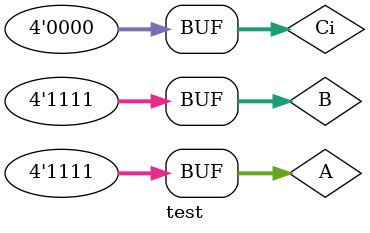
<source format=v>
module FullAdder(input A, B, Ci,output S, Co);
 assign S = Ci^(A^B);
 assign Co = (A&B) | Ci&(A^B);
endmodule
module FourBitAdder(input [3:0]A, B,
 input Ci,
 output [3:0]S,
 output Co);
 wire C1, C2,C3;
 FullAdder FA1(.A(A[0]),.B(B[0]),.Ci(Ci),.S(S[0]),.Co(C1));
 FullAdder FA2(.A(A[1]),.B(B[1]),.Ci(C1),.S(S[1]),.Co(c2));
 FullAdder FA3(.A(A[2]),.B(B[2]),.Ci(c2),.S(S[2]),.Co(c3));
 FullAdder FA4(.A(A[3]),.B(B[3]),.Ci(c3),.S(S[3]),.Co(Co));
endmodule
module test;
  reg [3:0]A;
  reg [3:0]B,Ci;
  wire [3:0]S;
  wire Co;
  FourBitAdder run (A, B, Ci, S, Co);
  
  initial
    begin
      A[3]=0;
      A[2]=0;
      A[1]=0;
      A[0]=0;
      B[3]=0;
      B[2]=0;
      B[1]=0;
      B[0]=0;
      Ci=1;
      #20
      A[3]=0;
      A[2]=1;
      A[1]=0;
      A[0]=1;
      B[3]=0;
      B[2]=0;
      B[1]=0;      
      B[0]=1;
      Ci=0;
      #20
      A[3]=0;
      A[2]=1;
      A[1]=0;
      A[0]=1;
      B[3]=0;
      B[2]=1;
      B[1]=1;
      B[0]=0;
      Ci=1;
      #20
      A[3]=1;
      A[2]=0;
      A[1]=0;
      A[0]=1;
      B[3]=1;
      B[2]=1;
      B[1]=0;
      B[0]=1;
      Ci=0;
      #20
      A[3]=1;
      A[2]=0;
      A[1]=1;
      A[0]=0;
      B[3]=1;
      B[2]=1;
      B[1]=1;
      B[0]=1;
      Ci=1;
      #20
      A[3]=1;
      A[2]=0;
      A[1]=1;
      A[0]=0;
      B[3]=1;
      B[2]=0;
      B[1]=1;
      B[0]=0;
      Ci=0;
      #20
      A[3]=1;
      A[2]=1;
      A[1]=0;
      A[0]=1;
      B[3]=0;
      B[2]=0;
      B[1]=1;
      B[0]=0;
      Ci=1;
      #20
      A[3]=1;
      A[2]=1;
      A[1]=1;
      A[0]=1;
      B[3]=1;
      B[2]=1;
      B[1]=1;
      B[0]=1;
      Ci=0;
  end
endmodule
</source>
